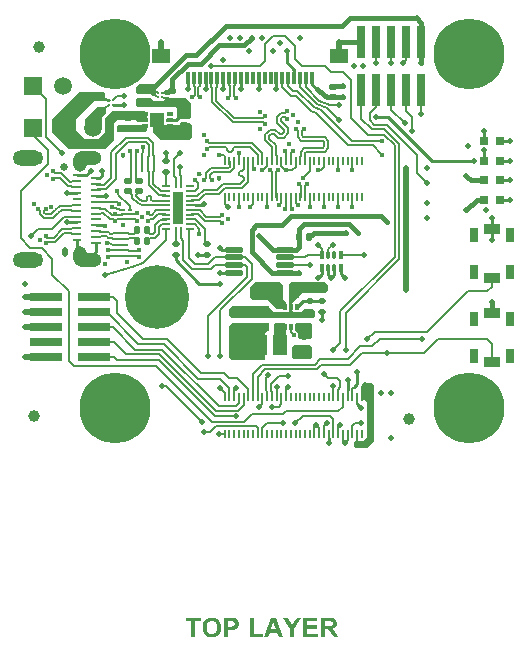
<source format=gtl>
G04*
G04 #@! TF.GenerationSoftware,Altium Limited,Altium Designer,22.5.1 (42)*
G04*
G04 Layer_Physical_Order=1*
G04 Layer_Color=255*
%FSLAX25Y25*%
%MOIN*%
G70*
G04*
G04 #@! TF.SameCoordinates,7D5A9487-70C0-458F-A832-C6248EDC6538*
G04*
G04*
G04 #@! TF.FilePolarity,Positive*
G04*
G01*
G75*
%ADD14C,0.01000*%
%ADD16C,0.00500*%
G04:AMPARAMS|DCode=18|XSize=19.68mil|YSize=23.62mil|CornerRadius=5.12mil|HoleSize=0mil|Usage=FLASHONLY|Rotation=90.000|XOffset=0mil|YOffset=0mil|HoleType=Round|Shape=RoundedRectangle|*
%AMROUNDEDRECTD18*
21,1,0.01968,0.01339,0,0,90.0*
21,1,0.00945,0.02362,0,0,90.0*
1,1,0.01024,0.00669,0.00472*
1,1,0.01024,0.00669,-0.00472*
1,1,0.01024,-0.00669,-0.00472*
1,1,0.01024,-0.00669,0.00472*
%
%ADD18ROUNDEDRECTD18*%
%ADD19R,0.02953X0.03150*%
%ADD20R,0.02900X0.11000*%
%ADD21R,0.11000X0.02900*%
%ADD22R,0.04724X0.07165*%
%ADD23R,0.01181X0.01870*%
%ADD24R,0.03700X0.02600*%
%ADD25R,0.02600X0.03700*%
G04:AMPARAMS|DCode=26|XSize=21.26mil|YSize=23.62mil|CornerRadius=5.53mil|HoleSize=0mil|Usage=FLASHONLY|Rotation=270.000|XOffset=0mil|YOffset=0mil|HoleType=Round|Shape=RoundedRectangle|*
%AMROUNDEDRECTD26*
21,1,0.02126,0.01257,0,0,270.0*
21,1,0.01021,0.02362,0,0,270.0*
1,1,0.01106,-0.00628,-0.00510*
1,1,0.01106,-0.00628,0.00510*
1,1,0.01106,0.00628,0.00510*
1,1,0.01106,0.00628,-0.00510*
%
%ADD26ROUNDEDRECTD26*%
G04:AMPARAMS|DCode=27|XSize=25.59mil|YSize=15.75mil|CornerRadius=3.94mil|HoleSize=0mil|Usage=FLASHONLY|Rotation=270.000|XOffset=0mil|YOffset=0mil|HoleType=Round|Shape=RoundedRectangle|*
%AMROUNDEDRECTD27*
21,1,0.02559,0.00787,0,0,270.0*
21,1,0.01772,0.01575,0,0,270.0*
1,1,0.00787,-0.00394,-0.00886*
1,1,0.00787,-0.00394,0.00886*
1,1,0.00787,0.00394,0.00886*
1,1,0.00787,0.00394,-0.00886*
%
%ADD27ROUNDEDRECTD27*%
G04:AMPARAMS|DCode=28|XSize=25.59mil|YSize=11.81mil|CornerRadius=2.95mil|HoleSize=0mil|Usage=FLASHONLY|Rotation=270.000|XOffset=0mil|YOffset=0mil|HoleType=Round|Shape=RoundedRectangle|*
%AMROUNDEDRECTD28*
21,1,0.02559,0.00591,0,0,270.0*
21,1,0.01968,0.01181,0,0,270.0*
1,1,0.00591,-0.00295,-0.00984*
1,1,0.00591,-0.00295,0.00984*
1,1,0.00591,0.00295,0.00984*
1,1,0.00591,0.00295,-0.00984*
%
%ADD28ROUNDEDRECTD28*%
G04:AMPARAMS|DCode=29|XSize=57.87mil|YSize=18.9mil|CornerRadius=2.36mil|HoleSize=0mil|Usage=FLASHONLY|Rotation=0.000|XOffset=0mil|YOffset=0mil|HoleType=Round|Shape=RoundedRectangle|*
%AMROUNDEDRECTD29*
21,1,0.05787,0.01417,0,0,0.0*
21,1,0.05315,0.01890,0,0,0.0*
1,1,0.00472,0.02657,-0.00709*
1,1,0.00472,-0.02657,-0.00709*
1,1,0.00472,-0.02657,0.00709*
1,1,0.00472,0.02657,0.00709*
%
%ADD29ROUNDEDRECTD29*%
%ADD30R,0.01181X0.03937*%
%ADD31R,0.06496X0.05118*%
%ADD32C,0.00800*%
%ADD33R,0.02362X0.01181*%
%ADD34R,0.04528X0.05118*%
G04:AMPARAMS|DCode=35|XSize=21.26mil|YSize=23.62mil|CornerRadius=5.53mil|HoleSize=0mil|Usage=FLASHONLY|Rotation=0.000|XOffset=0mil|YOffset=0mil|HoleType=Round|Shape=RoundedRectangle|*
%AMROUNDEDRECTD35*
21,1,0.02126,0.01257,0,0,0.0*
21,1,0.01021,0.02362,0,0,0.0*
1,1,0.01106,0.00510,-0.00628*
1,1,0.01106,-0.00510,-0.00628*
1,1,0.01106,-0.00510,0.00628*
1,1,0.01106,0.00510,0.00628*
%
%ADD35ROUNDEDRECTD35*%
%ADD36R,0.03543X0.01063*%
%ADD37R,0.03150X0.01063*%
G04:AMPARAMS|DCode=38|XSize=22.24mil|YSize=7.87mil|CornerRadius=1.97mil|HoleSize=0mil|Usage=FLASHONLY|Rotation=270.000|XOffset=0mil|YOffset=0mil|HoleType=Round|Shape=RoundedRectangle|*
%AMROUNDEDRECTD38*
21,1,0.02224,0.00394,0,0,270.0*
21,1,0.01831,0.00787,0,0,270.0*
1,1,0.00394,-0.00197,-0.00915*
1,1,0.00394,-0.00197,0.00915*
1,1,0.00394,0.00197,0.00915*
1,1,0.00394,0.00197,-0.00915*
%
%ADD38ROUNDEDRECTD38*%
G04:AMPARAMS|DCode=39|XSize=22.24mil|YSize=7.87mil|CornerRadius=0.98mil|HoleSize=0mil|Usage=FLASHONLY|Rotation=270.000|XOffset=0mil|YOffset=0mil|HoleType=Round|Shape=RoundedRectangle|*
%AMROUNDEDRECTD39*
21,1,0.02224,0.00591,0,0,270.0*
21,1,0.02028,0.00787,0,0,270.0*
1,1,0.00197,-0.00295,-0.01014*
1,1,0.00197,-0.00295,0.01014*
1,1,0.00197,0.00295,0.01014*
1,1,0.00197,0.00295,-0.01014*
%
%ADD39ROUNDEDRECTD39*%
G04:AMPARAMS|DCode=40|XSize=22.24mil|YSize=7.87mil|CornerRadius=1.97mil|HoleSize=0mil|Usage=FLASHONLY|Rotation=180.000|XOffset=0mil|YOffset=0mil|HoleType=Round|Shape=RoundedRectangle|*
%AMROUNDEDRECTD40*
21,1,0.02224,0.00394,0,0,180.0*
21,1,0.01831,0.00787,0,0,180.0*
1,1,0.00394,-0.00915,0.00197*
1,1,0.00394,0.00915,0.00197*
1,1,0.00394,0.00915,-0.00197*
1,1,0.00394,-0.00915,-0.00197*
%
%ADD40ROUNDEDRECTD40*%
G04:AMPARAMS|DCode=41|XSize=22.24mil|YSize=7.87mil|CornerRadius=0.98mil|HoleSize=0mil|Usage=FLASHONLY|Rotation=180.000|XOffset=0mil|YOffset=0mil|HoleType=Round|Shape=RoundedRectangle|*
%AMROUNDEDRECTD41*
21,1,0.02224,0.00591,0,0,180.0*
21,1,0.02028,0.00787,0,0,180.0*
1,1,0.00197,-0.01014,0.00295*
1,1,0.00197,0.01014,0.00295*
1,1,0.00197,0.01014,-0.00295*
1,1,0.00197,-0.01014,-0.00295*
%
%ADD41ROUNDEDRECTD41*%
%ADD42R,0.01654X0.00866*%
%ADD43R,0.05512X0.03740*%
%ADD44R,0.02953X0.04528*%
%ADD45R,0.00787X0.02756*%
%ADD46C,0.01000*%
G04:AMPARAMS|DCode=47|XSize=25.98mil|YSize=8.66mil|CornerRadius=1.08mil|HoleSize=0mil|Usage=FLASHONLY|Rotation=180.000|XOffset=0mil|YOffset=0mil|HoleType=Round|Shape=RoundedRectangle|*
%AMROUNDEDRECTD47*
21,1,0.02598,0.00650,0,0,180.0*
21,1,0.02382,0.00866,0,0,180.0*
1,1,0.00217,-0.01191,0.00325*
1,1,0.00217,0.01191,0.00325*
1,1,0.00217,0.01191,-0.00325*
1,1,0.00217,-0.01191,-0.00325*
%
%ADD47ROUNDEDRECTD47*%
G04:AMPARAMS|DCode=48|XSize=8.66mil|YSize=25.98mil|CornerRadius=1.08mil|HoleSize=0mil|Usage=FLASHONLY|Rotation=180.000|XOffset=0mil|YOffset=0mil|HoleType=Round|Shape=RoundedRectangle|*
%AMROUNDEDRECTD48*
21,1,0.00866,0.02382,0,0,180.0*
21,1,0.00650,0.02598,0,0,180.0*
1,1,0.00217,-0.00325,0.01191*
1,1,0.00217,0.00325,0.01191*
1,1,0.00217,0.00325,-0.01191*
1,1,0.00217,-0.00325,-0.01191*
%
%ADD48ROUNDEDRECTD48*%
%ADD90C,0.03937*%
%ADD91R,0.03543X0.10630*%
%ADD92C,0.00687*%
%ADD93C,0.00800*%
%ADD94C,0.00600*%
%ADD95C,0.00700*%
%ADD96C,0.01500*%
%ADD97C,0.02000*%
%ADD98C,0.01800*%
%ADD99C,0.00750*%
%ADD100R,0.05906X0.05906*%
%ADD101C,0.05906*%
%ADD102C,0.23622*%
%ADD103O,0.09055X0.04724*%
%ADD104O,0.04724X0.06496*%
%ADD105C,0.02480*%
%ADD106O,0.10236X0.05118*%
%ADD107O,0.01968X0.03347*%
%ADD108R,0.05937X0.05937*%
%ADD109C,0.05937*%
%ADD110C,0.21260*%
%ADD111C,0.01600*%
%ADD112C,0.02000*%
%ADD113C,0.03000*%
G36*
X-500Y70500D02*
X-300Y70300D01*
Y69200D01*
X-600Y68900D01*
Y67200D01*
X-1500D01*
X-2100Y67800D01*
X-6300D01*
X-7000Y68500D01*
Y70000D01*
X-6000Y71000D01*
X-1000D01*
X-500Y70500D01*
D02*
G37*
G36*
X11100Y64800D02*
Y60100D01*
X10500Y59500D01*
X7500D01*
X6500Y58500D01*
X3000D01*
Y59500D01*
X6000D01*
X6500Y60000D01*
Y63000D01*
X6000Y63500D01*
X-6500D01*
X-7000Y64000D01*
Y66000D01*
X-6500Y66500D01*
X-2000D01*
X-1000Y65500D01*
X2000D01*
X3000Y66500D01*
X9400D01*
X11100Y64800D01*
D02*
G37*
G36*
X34573Y62459D02*
X34805Y62305D01*
X34959Y62073D01*
X35014Y61800D01*
X34959Y61527D01*
X34805Y61295D01*
X34573Y61141D01*
X34300Y61086D01*
X34027Y61141D01*
X33949Y61193D01*
X33795Y61295D01*
X33641Y61527D01*
X33586Y61800D01*
X33641Y62073D01*
X33795Y62305D01*
X33949Y62407D01*
X34027Y62459D01*
X34300Y62514D01*
X34573Y62459D01*
D02*
G37*
G36*
X-17500Y68000D02*
Y66000D01*
X-18000Y65500D01*
X-21000D01*
X-27000Y59500D01*
Y55500D01*
X-24200Y52700D01*
X-19800Y52700D01*
X-17500Y55000D01*
X-17500Y59500D01*
X-15000Y62000D01*
X-4000D01*
X-3500Y61500D01*
Y59000D01*
X-4000Y58500D01*
X-6500D01*
X-7000Y59000D01*
X-13500D01*
X-14500Y58000D01*
X-14500Y52200D01*
X-17400Y49300D01*
X-29300Y49300D01*
X-34500Y54500D01*
X-35000Y55000D01*
Y59500D01*
X-26000Y68500D01*
X-18000D01*
X-17500Y68000D01*
D02*
G37*
G36*
X34573Y56859D02*
X34805Y56705D01*
X34959Y56473D01*
X35014Y56200D01*
X34959Y55927D01*
X34805Y55695D01*
X34573Y55541D01*
X34300Y55486D01*
X34027Y55541D01*
X33949Y55593D01*
X33795Y55695D01*
X33641Y55927D01*
X33586Y56200D01*
X33641Y56473D01*
X33795Y56705D01*
X33949Y56808D01*
X34027Y56859D01*
X34300Y56914D01*
X34573Y56859D01*
D02*
G37*
G36*
X-3500Y57000D02*
Y55500D01*
X-4000Y55000D01*
X-13000D01*
X-13500Y55500D01*
Y57000D01*
X-13000Y57500D01*
X-4000D01*
X-3500Y57000D01*
D02*
G37*
G36*
X-17000Y61500D02*
X-18500Y60000D01*
Y56500D01*
X-20000Y55000D01*
X-23000D01*
X-24000Y56000D01*
Y59500D01*
X-20000Y63500D01*
X-17000D01*
Y61500D01*
D02*
G37*
G36*
X15873Y54786D02*
X16105Y54632D01*
X16259Y54400D01*
X16314Y54127D01*
X16259Y53854D01*
X16105Y53622D01*
X15873Y53468D01*
X15600Y53413D01*
X15327Y53468D01*
X15249Y53520D01*
X15095Y53622D01*
X14941Y53854D01*
X14886Y54127D01*
X14941Y54400D01*
X15095Y54632D01*
X15249Y54735D01*
X15327Y54786D01*
X15600Y54841D01*
X15873Y54786D01*
D02*
G37*
G36*
X2000Y60500D02*
Y58000D01*
X2500Y57500D01*
X7500D01*
X8000Y58000D01*
X11000D01*
X11500Y57500D01*
Y53500D01*
X10500Y52500D01*
X1000D01*
X-1500Y55000D01*
Y60500D01*
X-1000Y61000D01*
X1500D01*
X2000Y60500D01*
D02*
G37*
G36*
X-4427Y50659D02*
X-4195Y50505D01*
X-4041Y50273D01*
X-3986Y50000D01*
X-4041Y49727D01*
X-4195Y49495D01*
X-4427Y49341D01*
X-4700Y49286D01*
X-4973Y49341D01*
X-5051Y49393D01*
X-5205Y49495D01*
X-5359Y49727D01*
X-5414Y50000D01*
X-5359Y50273D01*
X-5205Y50505D01*
X-5051Y50608D01*
X-4973Y50659D01*
X-4700Y50714D01*
X-4427Y50659D01*
D02*
G37*
G36*
X15873Y48186D02*
X16105Y48032D01*
X16259Y47800D01*
X16314Y47527D01*
X16259Y47254D01*
X16105Y47022D01*
X15873Y46868D01*
X15600Y46813D01*
X15327Y46868D01*
X15249Y46920D01*
X15095Y47022D01*
X14941Y47254D01*
X14886Y47527D01*
X14941Y47800D01*
X15095Y48032D01*
X15249Y48135D01*
X15327Y48186D01*
X15600Y48241D01*
X15873Y48186D01*
D02*
G37*
G36*
X-11131Y47956D02*
X-10899Y47802D01*
X-10745Y47570D01*
X-10690Y47297D01*
X-10745Y47024D01*
X-10899Y46792D01*
X-11131Y46638D01*
X-11404Y46583D01*
X-11677Y46638D01*
X-11755Y46690D01*
X-11909Y46792D01*
X-12063Y47024D01*
X-12118Y47297D01*
X-12063Y47570D01*
X-11909Y47802D01*
X-11755Y47905D01*
X-11677Y47956D01*
X-11404Y48011D01*
X-11131Y47956D01*
D02*
G37*
G36*
X14273Y41787D02*
X14505Y41632D01*
X14659Y41400D01*
X14714Y41127D01*
X14659Y40854D01*
X14505Y40622D01*
X14273Y40468D01*
X14000Y40413D01*
X13727Y40468D01*
X13649Y40519D01*
X13495Y40622D01*
X13341Y40854D01*
X13286Y41127D01*
X13341Y41400D01*
X13495Y41632D01*
X13649Y41735D01*
X13727Y41787D01*
X14000Y41841D01*
X14273Y41787D01*
D02*
G37*
G36*
X-36525Y41302D02*
X-36317Y41164D01*
X-36179Y40955D01*
X-36130Y40712D01*
X-36179Y40468D01*
X-36317Y40260D01*
X-36525Y40121D01*
X-36769Y40073D01*
X-37013Y40121D01*
X-37083Y40167D01*
X-37221Y40260D01*
X-37359Y40468D01*
X-37408Y40712D01*
X-37359Y40955D01*
X-37221Y41164D01*
X-37083Y41256D01*
X-37013Y41302D01*
X-36769Y41350D01*
X-36525Y41302D01*
D02*
G37*
G36*
X20873Y40286D02*
X21105Y40132D01*
X21259Y39900D01*
X21314Y39627D01*
X21259Y39354D01*
X21105Y39122D01*
X20873Y38968D01*
X20600Y38913D01*
X20327Y38968D01*
X20249Y39020D01*
X20095Y39122D01*
X19941Y39354D01*
X19886Y39627D01*
X19941Y39900D01*
X20095Y40132D01*
X20249Y40235D01*
X20327Y40286D01*
X20600Y40341D01*
X20873Y40286D01*
D02*
G37*
G36*
X-40788Y31656D02*
X-40556Y31502D01*
X-40402Y31270D01*
X-40347Y30997D01*
X-40402Y30724D01*
X-40556Y30492D01*
X-40788Y30338D01*
X-41061Y30283D01*
X-41334Y30338D01*
X-41412Y30389D01*
X-41566Y30492D01*
X-41720Y30724D01*
X-41775Y30997D01*
X-41720Y31270D01*
X-41566Y31502D01*
X-41412Y31604D01*
X-41334Y31656D01*
X-41061Y31711D01*
X-40788Y31656D01*
D02*
G37*
G36*
X-35088Y30856D02*
X-34856Y30702D01*
X-34702Y30470D01*
X-34647Y30197D01*
X-34702Y29924D01*
X-34856Y29692D01*
X-35088Y29538D01*
X-35361Y29483D01*
X-35634Y29538D01*
X-35712Y29590D01*
X-35866Y29692D01*
X-36020Y29924D01*
X-36075Y30197D01*
X-36020Y30470D01*
X-35866Y30702D01*
X-35712Y30804D01*
X-35634Y30856D01*
X-35361Y30911D01*
X-35088Y30856D01*
D02*
G37*
G36*
X-14741Y30638D02*
X-14510Y30483D01*
X-14355Y30252D01*
X-14301Y29978D01*
X-14355Y29705D01*
X-14510Y29474D01*
X-14741Y29319D01*
X-15014Y29265D01*
X-15288Y29319D01*
X-15365Y29371D01*
X-15519Y29474D01*
X-15674Y29705D01*
X-15728Y29978D01*
X-15674Y30252D01*
X-15519Y30483D01*
X-15365Y30586D01*
X-15288Y30638D01*
X-15014Y30692D01*
X-14741Y30638D01*
D02*
G37*
G36*
X-4761Y27538D02*
X-4530Y27383D01*
X-4375Y27152D01*
X-4321Y26878D01*
X-4375Y26605D01*
X-4530Y26374D01*
X-4761Y26219D01*
X-5035Y26165D01*
X-5308Y26219D01*
X-5385Y26271D01*
X-5539Y26374D01*
X-5694Y26605D01*
X-5748Y26878D01*
X-5694Y27152D01*
X-5539Y27383D01*
X-5385Y27486D01*
X-5308Y27538D01*
X-5035Y27592D01*
X-4761Y27538D01*
D02*
G37*
G36*
X23646Y26859D02*
X23878Y26705D01*
X24032Y26473D01*
X24087Y26200D01*
X24032Y25927D01*
X23878Y25695D01*
X23646Y25541D01*
X23373Y25486D01*
X23100Y25541D01*
X23022Y25592D01*
X22868Y25695D01*
X22714Y25927D01*
X22659Y26200D01*
X22714Y26473D01*
X22868Y26705D01*
X23022Y26807D01*
X23100Y26859D01*
X23373Y26914D01*
X23646Y26859D01*
D02*
G37*
G36*
X-11241Y24738D02*
X-11010Y24583D01*
X-10855Y24352D01*
X-10801Y24079D01*
X-10855Y23805D01*
X-11010Y23574D01*
X-11241Y23419D01*
X-11514Y23365D01*
X-11788Y23419D01*
X-11865Y23471D01*
X-12019Y23574D01*
X-12174Y23805D01*
X-12228Y24079D01*
X-12174Y24352D01*
X-12019Y24583D01*
X-11865Y24686D01*
X-11788Y24738D01*
X-11514Y24792D01*
X-11241Y24738D01*
D02*
G37*
G36*
X-38956Y19795D02*
X-38748Y19657D01*
X-38610Y19449D01*
X-38561Y19205D01*
X-38610Y18961D01*
X-38748Y18753D01*
X-38956Y18614D01*
X-39200Y18566D01*
X-39444Y18614D01*
X-39514Y18661D01*
X-39652Y18753D01*
X-39790Y18961D01*
X-39839Y19205D01*
X-39790Y19449D01*
X-39652Y19657D01*
X-39514Y19749D01*
X-39444Y19795D01*
X-39200Y19843D01*
X-38956Y19795D01*
D02*
G37*
G36*
X42000Y4000D02*
Y-500D01*
X43000Y-1500D01*
Y-3500D01*
X42500Y-4000D01*
X40000D01*
X37000Y-1000D01*
X32000D01*
X31000Y0D01*
Y3500D01*
X32500Y5000D01*
X41000D01*
X42000Y4000D01*
D02*
G37*
G36*
X57000D02*
Y2500D01*
X56000Y1500D01*
X48500D01*
X45000Y-2000D01*
Y-4500D01*
X45500Y-5000D01*
X48000D01*
X49000Y-4000D01*
X52000D01*
X52500Y-4500D01*
Y-6500D01*
X52000Y-7000D01*
X25000D01*
X24000Y-6000D01*
Y-4000D01*
X25000Y-3000D01*
X37000D01*
X39000Y-5000D01*
X43500D01*
X44000Y-4500D01*
Y4500D01*
X44500Y5000D01*
X56000D01*
X57000Y4000D01*
D02*
G37*
G36*
X51500Y-9000D02*
Y-13500D01*
X51000Y-14000D01*
X47500D01*
X47000Y-13500D01*
Y-12000D01*
X46000Y-11000D01*
Y-9000D01*
X46500Y-8500D01*
X51000D01*
X51500Y-9000D01*
D02*
G37*
G36*
X43000D02*
Y-18500D01*
X42500Y-19000D01*
X39500D01*
X39000Y-18500D01*
Y-9000D01*
X39500Y-8500D01*
X42500D01*
X43000Y-9000D01*
D02*
G37*
G36*
X51500Y-16500D02*
Y-20000D01*
X51000Y-20500D01*
X45500D01*
X45000Y-20000D01*
Y-16500D01*
X45500Y-16000D01*
X51000D01*
X51500Y-16500D01*
D02*
G37*
G36*
X37000Y-9000D02*
Y-11000D01*
X36000Y-12000D01*
Y-20500D01*
X35500Y-21000D01*
X25000D01*
X24000Y-20000D01*
Y-10000D01*
Y-9500D01*
X25000Y-8500D01*
X36500D01*
X37000Y-9000D01*
D02*
G37*
G36*
X72300Y-29200D02*
Y-48000D01*
X70100Y-50200D01*
X66100D01*
X65500Y-49600D01*
Y-48200D01*
X65900Y-47800D01*
X68800D01*
X69900Y-46700D01*
Y-35000D01*
X69100Y-34200D01*
X68000D01*
Y-29700D01*
X69200Y-28500D01*
X71600D01*
X72300Y-29200D01*
D02*
G37*
G36*
X45613Y-110588D02*
Y-113270D01*
X44318D01*
Y-110578D01*
X41978Y-106869D01*
X43486D01*
X44993Y-109404D01*
X46464Y-106869D01*
X47953D01*
X45613Y-110588D01*
D02*
G37*
G36*
X57546Y-106878D02*
X57647D01*
X57749Y-106888D01*
X57869D01*
X58110Y-106915D01*
X58360Y-106943D01*
X58591Y-106989D01*
X58693Y-107017D01*
X58785Y-107045D01*
X58794D01*
X58804Y-107054D01*
X58859Y-107082D01*
X58942Y-107128D01*
X59053Y-107184D01*
X59174Y-107276D01*
X59294Y-107378D01*
X59414Y-107507D01*
X59525Y-107665D01*
Y-107674D01*
X59534Y-107683D01*
X59553Y-107711D01*
X59571Y-107739D01*
X59618Y-107831D01*
X59673Y-107951D01*
X59719Y-108099D01*
X59766Y-108266D01*
X59803Y-108460D01*
X59812Y-108664D01*
Y-108673D01*
Y-108691D01*
Y-108738D01*
X59803Y-108784D01*
Y-108849D01*
X59793Y-108913D01*
X59756Y-109080D01*
X59710Y-109274D01*
X59636Y-109468D01*
X59525Y-109672D01*
X59460Y-109764D01*
X59386Y-109857D01*
X59377Y-109866D01*
X59368Y-109875D01*
X59340Y-109903D01*
X59303Y-109931D01*
X59266Y-109968D01*
X59211Y-110014D01*
X59146Y-110060D01*
X59072Y-110107D01*
X58989Y-110162D01*
X58887Y-110208D01*
X58785Y-110255D01*
X58674Y-110301D01*
X58545Y-110347D01*
X58415Y-110384D01*
X58276Y-110421D01*
X58119Y-110449D01*
X58128D01*
X58138Y-110458D01*
X58193Y-110495D01*
X58267Y-110541D01*
X58360Y-110606D01*
X58471Y-110689D01*
X58582Y-110773D01*
X58702Y-110874D01*
X58804Y-110985D01*
X58813Y-110995D01*
X58859Y-111041D01*
X58915Y-111115D01*
X58998Y-111226D01*
X59109Y-111365D01*
X59164Y-111457D01*
X59229Y-111550D01*
X59303Y-111651D01*
X59377Y-111762D01*
X59460Y-111892D01*
X59544Y-112021D01*
X60330Y-113270D01*
X58776D01*
X57851Y-111883D01*
X57842Y-111873D01*
X57832Y-111846D01*
X57805Y-111809D01*
X57768Y-111762D01*
X57731Y-111707D01*
X57684Y-111633D01*
X57583Y-111485D01*
X57462Y-111318D01*
X57351Y-111170D01*
X57250Y-111032D01*
X57203Y-110985D01*
X57166Y-110939D01*
X57157Y-110930D01*
X57139Y-110911D01*
X57102Y-110874D01*
X57055Y-110828D01*
X56991Y-110791D01*
X56926Y-110745D01*
X56852Y-110708D01*
X56778Y-110671D01*
X56769D01*
X56741Y-110662D01*
X56695Y-110643D01*
X56621Y-110634D01*
X56528Y-110615D01*
X56417Y-110606D01*
X56288Y-110597D01*
X55871D01*
Y-113270D01*
X54576D01*
Y-106869D01*
X57462D01*
X57546Y-106878D01*
D02*
G37*
G36*
X53355Y-107951D02*
X49905D01*
Y-109367D01*
X53115D01*
Y-110449D01*
X49905D01*
Y-112188D01*
X53476D01*
Y-113270D01*
X48610D01*
Y-106869D01*
X53355D01*
Y-107951D01*
D02*
G37*
G36*
X41950Y-113270D02*
X40553D01*
X39998Y-111818D01*
X37427Y-111818D01*
X36900Y-113270D01*
X35531D01*
X38010Y-106869D01*
X39379D01*
X41950Y-113270D01*
D02*
G37*
G36*
X32043Y-112188D02*
X35262D01*
Y-113270D01*
X30748D01*
Y-106915D01*
X32043D01*
Y-112188D01*
D02*
G37*
G36*
X24727Y-106878D02*
X24967D01*
X25226Y-106897D01*
X25485Y-106915D01*
X25596Y-106925D01*
X25707Y-106934D01*
X25800Y-106952D01*
X25874Y-106971D01*
X25883D01*
X25901Y-106980D01*
X25929Y-106989D01*
X25966Y-106999D01*
X26068Y-107045D01*
X26197Y-107100D01*
X26336Y-107184D01*
X26493Y-107295D01*
X26641Y-107433D01*
X26789Y-107600D01*
Y-107609D01*
X26808Y-107618D01*
X26826Y-107646D01*
X26845Y-107683D01*
X26882Y-107739D01*
X26910Y-107794D01*
X26947Y-107859D01*
X26984Y-107933D01*
X27048Y-108118D01*
X27113Y-108321D01*
X27150Y-108571D01*
X27169Y-108839D01*
Y-108849D01*
Y-108867D01*
Y-108895D01*
Y-108941D01*
X27159Y-108987D01*
Y-109052D01*
X27141Y-109182D01*
X27113Y-109339D01*
X27076Y-109515D01*
X27021Y-109681D01*
X26947Y-109838D01*
X26937Y-109857D01*
X26910Y-109903D01*
X26863Y-109977D01*
X26799Y-110070D01*
X26725Y-110162D01*
X26623Y-110273D01*
X26521Y-110375D01*
X26401Y-110467D01*
X26382Y-110477D01*
X26345Y-110504D01*
X26281Y-110541D01*
X26197Y-110588D01*
X26096Y-110643D01*
X25985Y-110689D01*
X25864Y-110736D01*
X25735Y-110773D01*
X25716D01*
X25689Y-110782D01*
X25652D01*
X25605Y-110791D01*
X25541Y-110800D01*
X25476Y-110810D01*
X25393D01*
X25309Y-110819D01*
X25208Y-110828D01*
X25097Y-110837D01*
X24976Y-110847D01*
X24847D01*
X24708Y-110856D01*
X23561D01*
Y-113270D01*
X22266D01*
Y-106869D01*
X24625D01*
X24727Y-106878D01*
D02*
G37*
G36*
X14468Y-107951D02*
X12581D01*
Y-113270D01*
X11286D01*
Y-107951D01*
X9390D01*
Y-106869D01*
X14468D01*
Y-107951D01*
D02*
G37*
G36*
X18270Y-106758D02*
X18363D01*
X18483Y-106777D01*
X18622Y-106795D01*
X18779Y-106823D01*
X18945Y-106860D01*
X19121Y-106906D01*
X19306Y-106962D01*
X19491Y-107036D01*
X19685Y-107119D01*
X19870Y-107221D01*
X20055Y-107341D01*
X20231Y-107480D01*
X20398Y-107637D01*
X20407Y-107646D01*
X20435Y-107674D01*
X20481Y-107729D01*
X20527Y-107794D01*
X20592Y-107887D01*
X20666Y-107998D01*
X20740Y-108127D01*
X20823Y-108275D01*
X20906Y-108432D01*
X20980Y-108617D01*
X21054Y-108821D01*
X21119Y-109034D01*
X21175Y-109274D01*
X21212Y-109524D01*
X21239Y-109792D01*
X21249Y-110079D01*
Y-110097D01*
Y-110144D01*
X21239Y-110227D01*
Y-110338D01*
X21221Y-110467D01*
X21202Y-110615D01*
X21175Y-110791D01*
X21147Y-110967D01*
X21101Y-111161D01*
X21045Y-111365D01*
X20971Y-111568D01*
X20888Y-111772D01*
X20795Y-111966D01*
X20675Y-112160D01*
X20546Y-112345D01*
X20398Y-112521D01*
X20388Y-112530D01*
X20361Y-112558D01*
X20314Y-112604D01*
X20240Y-112660D01*
X20157Y-112724D01*
X20055Y-112798D01*
X19935Y-112872D01*
X19806Y-112956D01*
X19648Y-113039D01*
X19482Y-113113D01*
X19297Y-113187D01*
X19093Y-113252D01*
X18881Y-113307D01*
X18649Y-113353D01*
X18409Y-113381D01*
X18150Y-113390D01*
X18085D01*
X18011Y-113381D01*
X17919Y-113372D01*
X17798Y-113363D01*
X17660Y-113344D01*
X17502Y-113316D01*
X17336Y-113279D01*
X17151Y-113233D01*
X16975Y-113178D01*
X16781Y-113104D01*
X16596Y-113020D01*
X16402Y-112928D01*
X16226Y-112808D01*
X16050Y-112678D01*
X15884Y-112521D01*
X15874Y-112512D01*
X15847Y-112484D01*
X15810Y-112428D01*
X15754Y-112364D01*
X15689Y-112271D01*
X15615Y-112160D01*
X15541Y-112040D01*
X15467Y-111892D01*
X15384Y-111735D01*
X15310Y-111550D01*
X15236Y-111355D01*
X15171Y-111143D01*
X15116Y-110911D01*
X15079Y-110662D01*
X15051Y-110393D01*
X15042Y-110116D01*
Y-110107D01*
Y-110070D01*
Y-110023D01*
X15051Y-109949D01*
Y-109866D01*
X15060Y-109774D01*
X15070Y-109663D01*
X15079Y-109542D01*
X15116Y-109283D01*
X15162Y-109006D01*
X15236Y-108728D01*
X15329Y-108469D01*
Y-108460D01*
X15338Y-108451D01*
X15356Y-108423D01*
X15366Y-108386D01*
X15421Y-108294D01*
X15486Y-108173D01*
X15569Y-108035D01*
X15671Y-107896D01*
X15791Y-107739D01*
X15921Y-107591D01*
X15930Y-107581D01*
X15939Y-107572D01*
X15985Y-107526D01*
X16069Y-107452D01*
X16170Y-107369D01*
X16291Y-107276D01*
X16429Y-107174D01*
X16587Y-107082D01*
X16753Y-107008D01*
X16762D01*
X16781Y-106999D01*
X16818Y-106980D01*
X16864Y-106971D01*
X16920Y-106943D01*
X16984Y-106925D01*
X17068Y-106906D01*
X17151Y-106878D01*
X17354Y-106832D01*
X17586Y-106786D01*
X17854Y-106758D01*
X18131Y-106749D01*
X18196D01*
X18270Y-106758D01*
D02*
G37*
%LPC*%
G36*
X57351Y-107951D02*
X55871D01*
Y-109579D01*
X57129D01*
X57314Y-109570D01*
X57509Y-109561D01*
X57703Y-109552D01*
X57786Y-109542D01*
X57860Y-109533D01*
X57934Y-109515D01*
X57980Y-109505D01*
X57990D01*
X58017Y-109487D01*
X58064Y-109468D01*
X58110Y-109441D01*
X58230Y-109357D01*
X58286Y-109302D01*
X58341Y-109237D01*
X58350Y-109228D01*
X58360Y-109200D01*
X58387Y-109163D01*
X58415Y-109108D01*
X58434Y-109034D01*
X58461Y-108950D01*
X58471Y-108858D01*
X58480Y-108756D01*
Y-108738D01*
Y-108701D01*
X58471Y-108645D01*
X58461Y-108571D01*
X58434Y-108488D01*
X58406Y-108405D01*
X58360Y-108312D01*
X58304Y-108238D01*
X58295Y-108229D01*
X58276Y-108201D01*
X58230Y-108173D01*
X58175Y-108127D01*
X58110Y-108081D01*
X58027Y-108044D01*
X57925Y-108007D01*
X57814Y-107979D01*
X57805D01*
X57777Y-107970D01*
X57721D01*
X57638Y-107961D01*
X57435D01*
X57351Y-107951D01*
D02*
G37*
G36*
X38685Y-108358D02*
X37815Y-110736D01*
X39582Y-110736D01*
X38685Y-108358D01*
D02*
G37*
G36*
X24523Y-107951D02*
X23561D01*
Y-109774D01*
X24449D01*
X24514Y-109764D01*
X24680D01*
X24847Y-109755D01*
X25013Y-109737D01*
X25161Y-109709D01*
X25226Y-109700D01*
X25282Y-109681D01*
X25291Y-109672D01*
X25328Y-109663D01*
X25374Y-109635D01*
X25430Y-109607D01*
X25494Y-109561D01*
X25559Y-109505D01*
X25633Y-109441D01*
X25689Y-109367D01*
X25698Y-109357D01*
X25716Y-109330D01*
X25735Y-109283D01*
X25763Y-109219D01*
X25790Y-109145D01*
X25818Y-109061D01*
X25827Y-108969D01*
X25837Y-108867D01*
Y-108849D01*
Y-108812D01*
X25827Y-108747D01*
X25809Y-108664D01*
X25781Y-108571D01*
X25744Y-108469D01*
X25698Y-108377D01*
X25624Y-108284D01*
X25615Y-108275D01*
X25587Y-108247D01*
X25541Y-108210D01*
X25485Y-108164D01*
X25411Y-108109D01*
X25319Y-108062D01*
X25217Y-108025D01*
X25106Y-107998D01*
X25097D01*
X25060Y-107988D01*
X24995Y-107979D01*
X24902Y-107970D01*
X24782D01*
X24699Y-107961D01*
X24616D01*
X24523Y-107951D01*
D02*
G37*
G36*
X18150Y-107850D02*
X18076D01*
X18020Y-107859D01*
X17946Y-107868D01*
X17872Y-107877D01*
X17687Y-107914D01*
X17484Y-107988D01*
X17373Y-108025D01*
X17262Y-108081D01*
X17160Y-108146D01*
X17049Y-108220D01*
X16947Y-108303D01*
X16855Y-108405D01*
X16846Y-108414D01*
X16836Y-108432D01*
X16809Y-108460D01*
X16781Y-108506D01*
X16744Y-108571D01*
X16707Y-108636D01*
X16661Y-108719D01*
X16614Y-108821D01*
X16568Y-108932D01*
X16522Y-109052D01*
X16485Y-109191D01*
X16448Y-109339D01*
X16420Y-109505D01*
X16392Y-109681D01*
X16383Y-109866D01*
X16374Y-110070D01*
Y-110079D01*
Y-110116D01*
Y-110171D01*
X16383Y-110245D01*
X16392Y-110338D01*
X16402Y-110449D01*
X16420Y-110560D01*
X16439Y-110689D01*
X16494Y-110958D01*
X16587Y-111226D01*
X16642Y-111365D01*
X16707Y-111494D01*
X16790Y-111614D01*
X16873Y-111725D01*
X16883Y-111735D01*
X16901Y-111753D01*
X16929Y-111781D01*
X16966Y-111809D01*
X17012Y-111855D01*
X17077Y-111901D01*
X17142Y-111957D01*
X17225Y-112003D01*
X17401Y-112114D01*
X17623Y-112197D01*
X17743Y-112234D01*
X17872Y-112262D01*
X18011Y-112280D01*
X18150Y-112290D01*
X18224D01*
X18279Y-112280D01*
X18344Y-112271D01*
X18418Y-112262D01*
X18594Y-112216D01*
X18797Y-112151D01*
X18899Y-112105D01*
X19010Y-112058D01*
X19112Y-111994D01*
X19223Y-111920D01*
X19325Y-111836D01*
X19417Y-111735D01*
X19426Y-111725D01*
X19436Y-111707D01*
X19463Y-111679D01*
X19491Y-111633D01*
X19537Y-111568D01*
X19574Y-111494D01*
X19621Y-111411D01*
X19667Y-111309D01*
X19713Y-111198D01*
X19759Y-111078D01*
X19806Y-110939D01*
X19843Y-110782D01*
X19870Y-110625D01*
X19898Y-110449D01*
X19907Y-110255D01*
X19917Y-110051D01*
Y-110042D01*
Y-110005D01*
Y-109949D01*
X19907Y-109866D01*
X19898Y-109774D01*
X19889Y-109672D01*
X19880Y-109552D01*
X19852Y-109431D01*
X19796Y-109163D01*
X19713Y-108886D01*
X19658Y-108747D01*
X19593Y-108627D01*
X19510Y-108506D01*
X19426Y-108395D01*
X19417Y-108386D01*
X19408Y-108368D01*
X19380Y-108349D01*
X19343Y-108312D01*
X19288Y-108266D01*
X19232Y-108220D01*
X19167Y-108173D01*
X19084Y-108118D01*
X19001Y-108072D01*
X18899Y-108025D01*
X18686Y-107933D01*
X18566Y-107896D01*
X18437Y-107877D01*
X18298Y-107859D01*
X18150Y-107850D01*
D02*
G37*
%LPD*%
D14*
X27878Y69500D02*
Y73000D01*
X21972Y69500D02*
Y73000D01*
X-20521Y33799D02*
X-17224D01*
X63386Y-30900D02*
Y-27500D01*
X111500Y19000D02*
Y26500D01*
X54850Y7850D02*
Y9834D01*
X53500Y6500D02*
X54850Y7850D01*
X-30117Y34782D02*
X-26820D01*
Y34783D01*
Y40689D02*
X-23696D01*
X-22252Y42132D01*
X57087Y-48500D02*
Y-47000D01*
X13500Y14229D02*
X16500D01*
X39689Y69500D02*
Y73000D01*
X114273Y52001D02*
X117500D01*
X27878Y69500D02*
Y73000D01*
X53000Y69500D02*
X53200D01*
X51500Y71000D02*
X53000Y69500D01*
X51500Y71000D02*
Y73000D01*
X51000Y-1228D02*
X51001Y-1229D01*
X55000D01*
X66500Y-29000D02*
Y-25000D01*
X65500Y-30000D02*
X66500Y-29000D01*
X21000Y8161D02*
X25535D01*
X21661Y15839D02*
X25535D01*
X21000Y16500D02*
X21661Y15839D01*
X3001Y45272D02*
Y48000D01*
X-14713Y64213D02*
X-11000Y64000D01*
X-20521Y23957D02*
X-17757D01*
X-17600Y23800D01*
X46468Y-3201D02*
X48441Y-1228D01*
X51000D01*
X-26820Y14626D02*
Y19035D01*
Y14626D02*
X-25836Y13642D01*
X61149Y7851D02*
Y9834D01*
Y7851D02*
X62500Y6500D01*
X-20521Y15118D02*
Y18051D01*
X-23277Y12362D02*
X-20521Y15118D01*
X57015Y7485D02*
Y9834D01*
Y7485D02*
X58000Y6500D01*
X45594Y73000D02*
Y75899D01*
X43208Y78285D02*
X45594Y75899D01*
X43208Y78285D02*
Y82000D01*
X6151Y12349D02*
Y14160D01*
Y12349D02*
X14000Y4500D01*
X21000D01*
X10161Y69500D02*
Y73000D01*
X58984Y7484D02*
Y9834D01*
X58000Y6500D02*
X58984Y7484D01*
X-19000Y66500D02*
X-16288Y65788D01*
X73000Y60000D02*
X77000D01*
X91500Y45500D01*
X105500D01*
X-30117Y24941D02*
X-26820D01*
X12700Y30669D02*
X15069D01*
X15400Y31000D01*
X114179Y45501D02*
X117500D01*
X55000Y-7500D02*
Y-4772D01*
X108958Y52001D02*
Y55500D01*
X108864Y45501D02*
Y49000D01*
X66535Y-35535D02*
Y-35100D01*
Y-35535D02*
X68000Y-37000D01*
X33783Y69500D02*
Y73000D01*
X114210Y39001D02*
X117500D01*
X-18500Y40500D02*
X-18500Y42000D01*
X-19295Y39705D02*
X-18500Y40500D01*
X-20521Y39705D02*
X-19295D01*
X16067Y69500D02*
Y73000D01*
X21972Y69500D02*
Y73000D01*
X114179Y32517D02*
X117500D01*
D16*
X25600Y59600D02*
X35250D01*
X36000Y60350D01*
X25062Y58300D02*
X35450D01*
X35451Y58300D02*
X36000Y57750D01*
X18350Y65012D02*
X25062Y58300D01*
X19650Y65550D02*
X25600Y59600D01*
X18350Y65012D02*
Y69801D01*
X19650Y65550D02*
Y69762D01*
X18035Y70116D02*
X18350Y69801D01*
X19650Y69762D02*
X20004Y70116D01*
X18035D02*
Y73000D01*
X20005Y70116D02*
Y73000D01*
X48038Y52200D02*
X55200D01*
X46777Y53462D02*
X48038Y52200D01*
X55200D02*
X55700Y51700D01*
Y50300D02*
Y51700D01*
X55200Y49800D02*
X55700Y50300D01*
X49038Y49800D02*
X55200D01*
X48577Y53500D02*
X55739D01*
X57000Y52239D01*
X48077Y54000D02*
X48577Y53500D01*
X48077Y54000D02*
Y55487D01*
X48719Y56129D01*
X36378Y54774D02*
X37420Y55816D01*
X36378Y54774D02*
Y54774D01*
X35998Y54393D02*
X36378Y54774D01*
X35998Y52366D02*
Y54393D01*
X37297Y53855D02*
X37958Y54516D01*
X37297Y52905D02*
Y53855D01*
X37958Y54516D02*
X38796D01*
X23942Y70659D02*
Y73000D01*
Y70659D02*
X24250Y70350D01*
Y67200D02*
Y70350D01*
X23550Y66500D02*
X24250Y67200D01*
X39764Y45433D02*
Y47336D01*
X39601Y47500D02*
X39764Y47336D01*
X39601Y47500D02*
Y50602D01*
X37297Y52905D02*
X39601Y50602D01*
X38796Y54516D02*
X40257Y53053D01*
X42054D01*
X43625Y54624D01*
Y56409D01*
X41337Y58697D02*
X43625Y56409D01*
X41337Y58697D02*
Y59708D01*
X41829Y60200D01*
X42483D01*
X43233Y59450D01*
X25910Y70709D02*
Y73000D01*
X25550Y70350D02*
X25910Y70709D01*
X25550Y67100D02*
Y70350D01*
Y67100D02*
X26151Y66500D01*
X39621Y33451D02*
X39764Y33307D01*
X39621Y33451D02*
Y41663D01*
X40271Y42313D01*
X38190Y45433D02*
Y47289D01*
X38300Y47400D01*
Y50064D01*
X35998Y52366D02*
X38300Y50064D01*
X37420Y55816D02*
X39334D01*
X40796Y54353D01*
X41515D01*
X42325Y55163D01*
Y55870D01*
X40036Y58159D02*
X42325Y55870D01*
X40036Y58159D02*
Y60247D01*
X41291Y61500D01*
X42684D01*
X43233Y62050D01*
X47638Y45433D02*
Y47038D01*
X47776Y47176D01*
Y48539D01*
X49038Y49800D01*
X46777Y53462D02*
Y55471D01*
X46119Y56129D02*
X46777Y55471D01*
X47126Y37600D02*
X47776Y36950D01*
Y33445D02*
Y36950D01*
X47638Y33307D02*
X47776Y33445D01*
X42913Y45433D02*
Y48117D01*
X42441Y48589D02*
X42913Y48117D01*
X49077Y36950D02*
X49727Y37600D01*
X49077Y33445D02*
Y36950D01*
Y33445D02*
X49213Y33307D01*
X44488Y45433D02*
Y48036D01*
X45041Y48589D01*
X38190Y33307D02*
X38320Y33438D01*
Y41663D01*
X37670Y42313D02*
X38320Y41663D01*
X49213Y45433D02*
Y47087D01*
X49077Y47224D02*
X49213Y47087D01*
X49077Y47224D02*
Y48000D01*
X49577Y48500D01*
X55739D01*
X57000Y49762D01*
Y52239D01*
X25550Y67100D02*
X26150Y66500D01*
X25550Y67100D02*
Y70350D01*
X25909Y70709D01*
Y73000D01*
X11650Y66700D02*
X12400Y67450D01*
Y70200D01*
X12130Y70470D02*
X12400Y70200D01*
X12130Y70470D02*
Y73000D01*
X44488Y30012D02*
X45000Y29500D01*
X44488Y30012D02*
Y33307D01*
X47638D02*
X47776Y33444D01*
X49075D02*
X49213Y33307D01*
X13700Y67250D02*
X14250Y66700D01*
X13700Y67250D02*
Y70100D01*
X14098Y70498D01*
Y73000D01*
X42400Y29500D02*
X42913Y30013D01*
Y33307D01*
X23550Y66500D02*
X24250Y67200D01*
Y70350D01*
X23941Y70659D02*
X24250Y70350D01*
X23941Y70659D02*
Y73000D01*
D18*
X49000Y-13228D02*
D03*
Y-16771D02*
D03*
X55000Y-4772D02*
D03*
Y-1229D02*
D03*
X51000Y-1228D02*
D03*
Y-4771D02*
D03*
X16500Y14228D02*
D03*
Y17772D02*
D03*
X6151Y17703D02*
D03*
Y14160D02*
D03*
X3001Y41729D02*
D03*
Y45272D02*
D03*
D19*
X114273Y52001D02*
D03*
X108958D02*
D03*
X114179Y32517D02*
D03*
X108864D02*
D03*
X108895Y39001D02*
D03*
X114210D02*
D03*
X108864Y45501D02*
D03*
X114179Y45501D02*
D03*
D20*
X68000Y69000D02*
D03*
Y85000D02*
D03*
X73000Y69000D02*
D03*
Y85000D02*
D03*
X78000Y69000D02*
D03*
Y85000D02*
D03*
X83000Y69000D02*
D03*
Y85000D02*
D03*
X88000Y69000D02*
D03*
Y85000D02*
D03*
D21*
X-37000Y0D02*
D03*
X-21000D02*
D03*
X-37000Y-5000D02*
D03*
X-21000D02*
D03*
X-37000Y-10000D02*
D03*
X-21000D02*
D03*
X-37000Y-15000D02*
D03*
X-21000D02*
D03*
X-37000Y-20000D02*
D03*
X-21000D02*
D03*
D22*
X40886Y-16000D02*
D03*
X34114D02*
D03*
D23*
X46468Y-9799D02*
D03*
X44500D02*
D03*
X42531D02*
D03*
Y-3201D02*
D03*
X44500D02*
D03*
X46468D02*
D03*
D24*
X35500Y-9800D02*
D03*
Y-4200D02*
D03*
D25*
X40200Y1500D02*
D03*
X45800D02*
D03*
D26*
X58500Y66807D02*
D03*
Y70193D02*
D03*
X-3000Y68693D02*
D03*
Y65307D02*
D03*
X5000Y68693D02*
D03*
Y65307D02*
D03*
X-9700Y59693D02*
D03*
Y56307D02*
D03*
X9000Y57307D02*
D03*
Y60693D02*
D03*
X-6175Y35307D02*
D03*
Y38693D02*
D03*
X-9729Y35307D02*
D03*
Y38693D02*
D03*
D27*
X61149Y9834D02*
D03*
Y14165D02*
D03*
X54850D02*
D03*
Y9834D02*
D03*
D28*
X58984D02*
D03*
X57015Y14165D02*
D03*
X58984D02*
D03*
X57015Y9834D02*
D03*
D29*
X42465Y15839D02*
D03*
Y13280D02*
D03*
Y10721D02*
D03*
Y8161D02*
D03*
X25535D02*
D03*
Y10721D02*
D03*
Y13280D02*
D03*
Y15839D02*
D03*
D30*
X10161Y73000D02*
D03*
X12130D02*
D03*
X14098D02*
D03*
X16067D02*
D03*
X18035D02*
D03*
X20004D02*
D03*
X21972D02*
D03*
X23941D02*
D03*
X25909D02*
D03*
X27878D02*
D03*
X29847D02*
D03*
X31815D02*
D03*
X33784D02*
D03*
X35752D02*
D03*
X37721D02*
D03*
X39689D02*
D03*
X41658D02*
D03*
X43626D02*
D03*
X45594D02*
D03*
X47563D02*
D03*
X49531D02*
D03*
X51500D02*
D03*
D31*
X1205Y80480D02*
D03*
X60457D02*
D03*
D32*
X311Y68189D02*
D03*
X1689D02*
D03*
X311Y66811D02*
D03*
X1689D02*
D03*
D33*
X4134Y57032D02*
D03*
Y60969D02*
D03*
X-4134D02*
D03*
Y59000D02*
D03*
Y57032D02*
D03*
X4134Y59000D02*
D03*
D34*
X0D02*
D03*
D35*
X50693Y20000D02*
D03*
X47307D02*
D03*
X-3451Y18734D02*
D03*
X-6837D02*
D03*
X-3451Y22288D02*
D03*
X-6837D02*
D03*
D36*
X-20521Y31831D02*
D03*
Y33799D02*
D03*
Y27894D02*
D03*
Y25925D02*
D03*
Y29862D02*
D03*
Y39705D02*
D03*
Y37736D02*
D03*
Y35768D02*
D03*
Y21988D02*
D03*
Y23957D02*
D03*
Y20020D02*
D03*
Y18051D02*
D03*
D37*
X-26820Y30846D02*
D03*
Y22972D02*
D03*
Y24941D02*
D03*
Y19035D02*
D03*
Y21004D02*
D03*
Y34783D02*
D03*
Y28878D02*
D03*
Y26909D02*
D03*
Y32815D02*
D03*
Y38720D02*
D03*
Y36752D02*
D03*
Y40689D02*
D03*
D38*
X-1063Y46144D02*
D03*
X-3032D02*
D03*
X-6968D02*
D03*
X-8937D02*
D03*
Y42856D02*
D03*
X-6968D02*
D03*
X-3032D02*
D03*
X-1063D02*
D03*
D39*
X-5000Y46144D02*
D03*
Y42856D02*
D03*
D40*
X-13919Y13621D02*
D03*
Y15589D02*
D03*
Y19526D02*
D03*
Y21495D02*
D03*
X-10631D02*
D03*
Y19526D02*
D03*
Y15589D02*
D03*
Y13621D02*
D03*
D41*
X-13919Y17558D02*
D03*
X-10631D02*
D03*
D42*
X-11554Y29240D02*
D03*
Y27665D02*
D03*
Y26091D02*
D03*
X-8995Y29240D02*
D03*
Y27665D02*
D03*
Y26091D02*
D03*
D43*
X111500Y-21669D02*
D03*
Y-5331D02*
D03*
Y22669D02*
D03*
Y6331D02*
D03*
D44*
X117504Y-19701D02*
D03*
Y-7299D02*
D03*
X105496D02*
D03*
Y-19701D02*
D03*
X117504Y8299D02*
D03*
Y20701D02*
D03*
X105496D02*
D03*
Y8299D02*
D03*
D45*
X68110Y33307D02*
D03*
Y45433D02*
D03*
X66535Y33307D02*
D03*
Y45433D02*
D03*
X64961Y33307D02*
D03*
Y45433D02*
D03*
X63386Y33307D02*
D03*
Y45433D02*
D03*
X61811Y33307D02*
D03*
Y45433D02*
D03*
X60236Y33307D02*
D03*
Y45433D02*
D03*
X58661Y33307D02*
D03*
Y45433D02*
D03*
X57087Y33307D02*
D03*
Y45433D02*
D03*
X55512Y33307D02*
D03*
Y45433D02*
D03*
X53937Y33307D02*
D03*
Y45433D02*
D03*
X52362Y33307D02*
D03*
Y45433D02*
D03*
X50787Y33307D02*
D03*
Y45433D02*
D03*
X49213Y33307D02*
D03*
Y45433D02*
D03*
X47638Y33307D02*
D03*
Y45433D02*
D03*
X46063Y33307D02*
D03*
Y45433D02*
D03*
X44488Y33307D02*
D03*
Y45433D02*
D03*
X42913Y33307D02*
D03*
Y45433D02*
D03*
X41339Y33307D02*
D03*
Y45433D02*
D03*
X39764Y33307D02*
D03*
Y45433D02*
D03*
X38189Y33307D02*
D03*
Y45433D02*
D03*
X36614Y33307D02*
D03*
Y45433D02*
D03*
X35039Y33307D02*
D03*
Y45433D02*
D03*
X33465Y33307D02*
D03*
Y45433D02*
D03*
X31890Y33307D02*
D03*
Y45433D02*
D03*
X30315Y33307D02*
D03*
Y45433D02*
D03*
X28740Y33307D02*
D03*
Y45433D02*
D03*
X27165Y33307D02*
D03*
Y45433D02*
D03*
X25591Y33307D02*
D03*
Y45433D02*
D03*
X24016Y33307D02*
D03*
Y45433D02*
D03*
X22441Y33307D02*
D03*
Y45433D02*
D03*
X50787Y-33307D02*
D03*
X49213D02*
D03*
X47638D02*
D03*
X46063D02*
D03*
X44488D02*
D03*
X68110Y-45433D02*
D03*
Y-33307D02*
D03*
X66535Y-45433D02*
D03*
Y-33307D02*
D03*
X64961Y-45433D02*
D03*
Y-33307D02*
D03*
X63386Y-45433D02*
D03*
Y-33307D02*
D03*
X61811Y-45433D02*
D03*
Y-33307D02*
D03*
X60236Y-45433D02*
D03*
Y-33307D02*
D03*
X58661Y-45433D02*
D03*
Y-33307D02*
D03*
X57087Y-45433D02*
D03*
Y-33307D02*
D03*
X55512Y-45433D02*
D03*
Y-33307D02*
D03*
X53937Y-45433D02*
D03*
Y-33307D02*
D03*
X52362Y-45433D02*
D03*
Y-33307D02*
D03*
X50787Y-45433D02*
D03*
X49213D02*
D03*
X47638D02*
D03*
X46063D02*
D03*
X44488D02*
D03*
X42913D02*
D03*
Y-33307D02*
D03*
X41339Y-45433D02*
D03*
Y-33307D02*
D03*
X39764Y-45433D02*
D03*
Y-33307D02*
D03*
X38189Y-45433D02*
D03*
Y-33307D02*
D03*
X36614Y-45433D02*
D03*
Y-33307D02*
D03*
X35039Y-45433D02*
D03*
Y-33307D02*
D03*
X33465Y-45433D02*
D03*
Y-33307D02*
D03*
X31890Y-45433D02*
D03*
Y-33307D02*
D03*
X30315Y-45433D02*
D03*
Y-33307D02*
D03*
X28740Y-45433D02*
D03*
Y-33307D02*
D03*
X27165Y-45433D02*
D03*
Y-33307D02*
D03*
X25591Y-45433D02*
D03*
Y-33307D02*
D03*
X24016Y-45433D02*
D03*
Y-33307D02*
D03*
X22441Y-45433D02*
D03*
Y-33307D02*
D03*
D46*
X-14713Y65788D02*
D03*
Y64213D02*
D03*
X-16288Y65788D02*
D03*
Y64213D02*
D03*
D47*
X2923Y25945D02*
D03*
Y22795D02*
D03*
Y24370D02*
D03*
Y27520D02*
D03*
Y32244D02*
D03*
Y29095D02*
D03*
Y30669D02*
D03*
Y36969D02*
D03*
Y33819D02*
D03*
Y35394D02*
D03*
X10954Y22795D02*
D03*
Y24370D02*
D03*
Y25945D02*
D03*
Y30669D02*
D03*
Y27520D02*
D03*
Y29095D02*
D03*
Y35394D02*
D03*
Y36969D02*
D03*
Y32244D02*
D03*
Y33819D02*
D03*
D48*
X6151Y21929D02*
D03*
X7726D02*
D03*
Y37835D02*
D03*
X6151D02*
D03*
D90*
X84000Y-40500D02*
D03*
X-41000Y-39500D02*
D03*
X-39500Y83500D02*
D03*
D91*
X6938Y29882D02*
D03*
D92*
X53500Y42500D02*
X54500D01*
X55512Y43512D01*
Y45433D01*
X50788Y41961D02*
Y45433D01*
X48426Y39600D02*
X50788Y41961D01*
X46064Y43563D02*
Y45433D01*
X45000Y42500D02*
X46064Y43563D01*
X43001Y42500D02*
X45000D01*
X36615Y43814D02*
Y45433D01*
X35300Y42500D02*
X36615Y43814D01*
X35001Y42500D02*
X35300D01*
X42601D02*
X43001D01*
X41339Y43761D02*
X42601Y42500D01*
X41339Y43761D02*
Y45433D01*
X41339Y31439D02*
Y33307D01*
X40500Y30600D02*
X41339Y31439D01*
X20500Y47500D02*
X22000D01*
X22441Y47059D01*
Y45433D02*
Y47059D01*
X27165Y45433D02*
Y48000D01*
X60236Y42366D02*
Y45433D01*
X50787Y30240D02*
Y33307D01*
X-5000Y42856D02*
Y46144D01*
X-16900Y18000D02*
X-16000D01*
X-14933Y17558D01*
X64961Y42366D02*
Y45433D01*
X31890Y43110D02*
X32350Y42650D01*
X31890Y43110D02*
Y45433D01*
Y31190D02*
Y33307D01*
X30900Y30200D02*
X31890Y31190D01*
X20500Y-45433D02*
X22441D01*
X55512Y30240D02*
Y33307D01*
X-14933Y17558D02*
X-10631D01*
X46063Y31437D02*
X46800Y30700D01*
X46063Y31437D02*
Y33307D01*
X22441Y31059D02*
Y33307D01*
Y31059D02*
X23500Y30000D01*
X60236Y30240D02*
Y33307D01*
X27165Y30240D02*
Y33307D01*
X64961Y30240D02*
Y33307D01*
D93*
X36614D02*
X36614Y33307D01*
X36614Y30240D02*
Y33307D01*
X36614Y30240D02*
X36614Y30240D01*
X63386Y-33307D02*
Y-30900D01*
X57087Y-47000D02*
Y-45433D01*
X60236Y-43264D02*
X61000Y-42500D01*
X60236Y-45433D02*
Y-43264D01*
X62500Y-48500D02*
X63386Y-47614D01*
Y-45433D01*
X61811Y-47811D02*
Y-45433D01*
Y-47811D02*
X62500Y-48500D01*
X55512Y-45433D02*
Y-42988D01*
X56500Y-42000D01*
X64961Y-30539D02*
X65500Y-30000D01*
X64961Y-33307D02*
Y-30539D01*
X20800Y-30300D02*
X22441Y-31941D01*
Y-33307D02*
Y-31941D01*
X66000Y-42000D02*
X68000D01*
X64961Y-43039D02*
X66000Y-42000D01*
X64961Y-45433D02*
Y-43039D01*
X66535Y-48500D02*
Y-45433D01*
X58661Y-33307D02*
Y-29500D01*
X10954Y30669D02*
X12700D01*
X42913Y-30587D02*
X43500Y-30000D01*
X42913Y-33307D02*
Y-30587D01*
X66535Y-35100D02*
Y-33307D01*
X-13467Y35445D02*
X-12950Y33750D01*
X-12204Y33004D01*
X-10396Y31796D01*
X-8995Y30395D01*
Y29240D02*
Y30395D01*
D94*
X-34793Y39505D02*
X-34398Y39900D01*
X-32580D01*
X-29716Y37036D01*
X-28695D01*
X-28411Y36751D01*
X-26820D01*
Y36752D01*
X-9252Y48649D02*
X-8652Y48048D01*
Y47348D02*
Y48048D01*
X-8937Y47063D02*
X-8652Y47348D01*
X-8937Y46144D02*
Y47063D01*
X15500Y-45000D02*
X17500D01*
X19500Y-43000D01*
X33000D01*
X33465Y-43465D01*
Y-45433D02*
Y-43465D01*
X14000Y21000D02*
Y22900D01*
X12530Y24370D02*
X14000Y22900D01*
X10954Y24370D02*
X12530D01*
X-7921Y21204D02*
X-6837Y22288D01*
X-9354Y21204D02*
X-7921D01*
X-9645Y21495D02*
X-9354Y21204D01*
X-10631Y21495D02*
X-9645D01*
X52362Y-45433D02*
Y-43138D01*
X53000Y-42500D01*
X73000Y63500D02*
Y69000D01*
X70800Y61300D02*
X73000Y63500D01*
X70800Y59000D02*
Y61300D01*
Y59000D02*
X72300Y57500D01*
X76400D01*
X86500Y47400D01*
Y41441D02*
Y47400D01*
Y41441D02*
X90000Y37941D01*
X-26820Y21003D02*
Y21004D01*
X-28411Y21003D02*
X-26820D01*
X-28695Y21288D02*
X-28411Y21003D01*
X-31243Y21288D02*
X-28695D01*
X-34026Y18505D02*
X-31243Y21288D01*
X-36719Y18505D02*
X-34026D01*
X-37224Y17999D02*
X-36719Y18505D01*
X-28413Y22972D02*
X-26820D01*
X-28697Y22688D02*
X-28413Y22972D01*
X-31823Y22688D02*
X-28697D01*
X-34606Y19905D02*
X-31823Y22688D01*
X-36629Y19905D02*
X-34606D01*
X-37224Y20499D02*
X-36629Y19905D01*
X71900Y50600D02*
X75000Y47500D01*
X63700Y50600D02*
X71900D01*
X52846Y61454D02*
X63700Y50600D01*
X51310Y62090D02*
X52846Y61454D01*
X46317Y67083D02*
X51310Y62090D01*
X44617Y67083D02*
X46317D01*
X41657Y70043D02*
X44617Y67083D01*
X41657Y70043D02*
Y73000D01*
X1500Y-29500D02*
X3000D01*
X15000Y-41500D01*
X-8937Y46144D02*
X-8936Y46143D01*
Y42857D02*
Y46143D01*
X-8937Y42856D02*
X-8936Y42857D01*
X-8937Y41937D02*
Y42856D01*
Y41937D02*
X-8652Y41652D01*
Y39770D02*
Y41652D01*
X-9729Y38693D02*
X-8652Y39770D01*
X-5101Y30669D02*
X2923D01*
X-6549Y31269D02*
X-5101Y30669D01*
X-8477Y33197D02*
X-6549Y31269D01*
X-8477Y33197D02*
Y34230D01*
X-9554Y35307D02*
X-8477Y34230D01*
X-9729Y35307D02*
X-9554D01*
X83000Y62000D02*
Y69000D01*
Y62000D02*
X85000Y60000D01*
Y55500D02*
Y60000D01*
X19220Y10720D02*
X25535D01*
X18000Y9500D02*
X19220Y10720D01*
X11700Y9500D02*
X18000D01*
X8700Y12500D02*
X11700Y9500D01*
X8700Y12500D02*
Y18874D01*
X7725Y19849D02*
X8700Y18874D01*
X7725Y19849D02*
Y21928D01*
X7726Y21929D01*
X12500Y39000D02*
X13400Y38100D01*
Y36400D02*
Y38100D01*
X12394Y35394D02*
X13400Y36400D01*
X10954Y35394D02*
X12394D01*
X83000Y79000D02*
Y85000D01*
X82000Y78000D02*
X83000Y79000D01*
X53000Y-42500D02*
X53937Y-43437D01*
Y-45433D02*
Y-43437D01*
X78000Y62500D02*
Y69000D01*
Y62500D02*
X82500Y58000D01*
X-3031Y42856D02*
Y46144D01*
X-17500Y7500D02*
X-8483Y9962D01*
X-4822Y11478D01*
X2923Y19223D01*
Y22795D01*
X30315Y-33307D02*
Y-30615D01*
X26700Y-27000D02*
X30315Y-30615D01*
X24000Y-27000D02*
X26700D01*
X22200Y-25200D02*
X24000Y-27000D01*
X14700Y-25200D02*
X22200D01*
X3300Y-13800D02*
X14700Y-25200D01*
X-4900Y-13800D02*
X3300D01*
X-13600Y-5100D02*
X-4900Y-13800D01*
X-13600Y-5100D02*
Y-1300D01*
X-14900Y0D02*
X-13600Y-1300D01*
X-21000Y0D02*
X-14900D01*
X-8995Y26091D02*
X-7447D01*
X-6935Y25578D01*
X17000Y-19500D02*
Y-6200D01*
X29900Y6700D01*
Y10100D01*
X29280Y10720D02*
X29900Y10100D01*
X25535Y10720D02*
X29280D01*
X73000Y78000D02*
Y85000D01*
X-13919Y13621D02*
X-10631D01*
X68100Y-18700D02*
X76500D01*
X64100Y-22701D02*
X68100Y-18700D01*
X54400Y-22701D02*
X64100D01*
X53100Y-24000D02*
X54400Y-22701D01*
X36000Y-24000D02*
X53100D01*
X33465Y-26535D02*
X36000Y-24000D01*
X33465Y-33307D02*
Y-26535D01*
X34952Y45520D02*
X35039Y45433D01*
X34952Y45520D02*
Y48048D01*
X31600Y51400D02*
X34952Y48048D01*
X17227Y51400D02*
X31600D01*
X16627Y52000D02*
X17227Y51400D01*
X57015Y14165D02*
Y16015D01*
X58500Y17500D01*
X25535Y13280D02*
X29220D01*
X31400Y11100D01*
Y6100D02*
Y11100D01*
X21000Y-4300D02*
X31400Y6100D01*
X21000Y-19500D02*
Y-4300D01*
X-37700Y28858D02*
X-37261Y29297D01*
X-37700Y28200D02*
Y28858D01*
Y28200D02*
X-37200Y27700D01*
X-35311D01*
X-33981Y29029D01*
Y29029D01*
X-32449Y30561D01*
X-28697D01*
X-28413Y30845D01*
X-26820D01*
Y30846D01*
X7500Y40800D02*
Y43500D01*
Y40800D02*
X7726Y40574D01*
Y37835D02*
Y40574D01*
X-39761Y29297D02*
X-39100Y28636D01*
Y27619D02*
Y28636D01*
Y27619D02*
X-37780Y26300D01*
X-34731D01*
X-32992Y28039D01*
Y28039D02*
Y28039D01*
Y28039D02*
X-31869Y29161D01*
X-28695D01*
X-28411Y28878D01*
X-26820D01*
X-14713Y65788D02*
X-13501Y67000D01*
X-11000D01*
X68000Y59400D02*
Y69000D01*
Y59400D02*
X71400Y56000D01*
X75700D01*
X80700Y51000D01*
Y12600D02*
Y51000D01*
X63000Y-5100D02*
X80700Y12600D01*
X63000Y-17500D02*
Y-5100D01*
X-13402Y26091D02*
X-11554D01*
X-14214Y25278D02*
X-13402Y26091D01*
X-20521Y35768D02*
X-20189Y36100D01*
X-17120D01*
X-13900Y39320D01*
Y47800D01*
X-9900Y51800D01*
X-3780D01*
X-2747Y50767D01*
Y47253D02*
Y50767D01*
X-3031Y46969D02*
X-2747Y47253D01*
X-3031Y46144D02*
Y46969D01*
X42465Y13280D02*
X49280D01*
X50165Y14165D01*
X54850D01*
X33465Y45433D02*
X33552Y45520D01*
Y47468D01*
X31020Y50000D02*
X33552Y47468D01*
X25586Y50000D02*
X31020D01*
X25059Y49473D02*
X25586Y50000D01*
X25059Y48927D02*
Y49473D01*
X24531Y48400D02*
X25059Y48927D01*
X23786Y48400D02*
X24531D01*
X23259Y48927D02*
X23786Y48400D01*
X23259Y48927D02*
Y49473D01*
X22731Y50000D02*
X23259Y49473D01*
X17227Y50000D02*
X22731D01*
X16627Y49400D02*
X17227Y50000D01*
X2836Y27608D02*
X2923Y27520D01*
X108Y27608D02*
X2836D01*
X-1321Y26179D02*
X108Y27608D01*
X-2435Y26179D02*
X-1321D01*
X-3035Y25578D02*
X-2435Y26179D01*
X28740Y45433D02*
X28828Y45346D01*
Y42662D02*
Y45346D01*
X28300Y42134D02*
X28828Y42662D01*
X27727Y42134D02*
X28300D01*
X27200Y41607D02*
X27727Y42134D01*
X27200Y40862D02*
Y41607D01*
Y40862D02*
X27727Y40334D01*
X28300D01*
X28828Y39807D01*
Y39107D02*
Y39807D01*
X27620Y37900D02*
X28828Y39107D01*
X21920Y37900D02*
X27620D01*
X19820Y35800D02*
X21920Y37900D01*
X15420Y35800D02*
X19820D01*
X13352Y33731D02*
X15420Y35800D01*
X11041Y33731D02*
X13352D01*
X10954Y33819D02*
X11041Y33731D01*
X44500Y-11500D02*
Y-9799D01*
Y-11500D02*
X45500Y-12500D01*
X-13919Y15589D02*
X-10631D01*
X38300Y-36500D02*
X40400D01*
X41339Y-35561D01*
Y-33307D01*
X2748Y33994D02*
X2923Y33819D01*
X526Y33994D02*
X2748D01*
X-2747Y37267D02*
X526Y33994D01*
X-2747Y37267D02*
Y41747D01*
X-3031Y42031D02*
X-2747Y41747D01*
X-3031Y42031D02*
Y42856D01*
X57690Y64000D02*
X60500D01*
X53952Y65548D02*
X57690Y64000D01*
X49532Y69968D02*
X53952Y65548D01*
X49532Y69968D02*
Y73000D01*
X43626Y70368D02*
Y73000D01*
Y70368D02*
X45159Y68835D01*
X46665D01*
X52222Y63278D01*
X54441Y62359D01*
X64800Y52000D01*
X75000D01*
X-41500Y54000D02*
Y56532D01*
Y54000D02*
X-36600Y49100D01*
Y44400D02*
Y49100D01*
X-45600Y35400D02*
X-36600Y44400D01*
X-45600Y19600D02*
Y35400D01*
Y19600D02*
X-42400Y16400D01*
X-38500D01*
X-35000Y12900D01*
Y7500D02*
Y12900D01*
Y7500D02*
X-29500Y2000D01*
Y-21400D02*
Y2000D01*
Y-21400D02*
X-27900Y-23000D01*
X-500D01*
X18200Y-41700D01*
X28800D01*
X31500Y-39000D01*
X42000D01*
X43000Y-38000D01*
X60311D01*
X61811Y-36500D01*
Y-33307D01*
X70000Y-14000D02*
X72500Y-11500D01*
X90000D01*
X103500Y2000D01*
X110000D01*
X111500Y3500D01*
Y6331D01*
X-3035Y28179D02*
X-2435Y27578D01*
X-1901D01*
X-472Y29008D01*
X2836D01*
X2923Y29095D01*
X-11754Y27466D02*
X-11554Y27666D01*
X-13802Y27466D02*
X-11754D01*
X-14214Y27878D02*
X-13802Y27466D01*
X42465Y10720D02*
X51000D01*
X-37000Y53500D02*
X-31750Y48250D01*
X-37000Y53500D02*
Y66000D01*
X-41500Y70500D02*
X-37000Y66000D01*
X-11554Y27666D02*
X-8995D01*
X-20521Y27894D02*
X-19106D01*
X-18822Y28178D01*
X-18058D01*
X-15858Y25978D01*
X-14914D01*
X-14214Y25278D01*
X-7907Y19804D02*
X-6837Y18734D01*
X-9446Y19804D02*
X-7907D01*
X-9724Y19526D02*
X-9446Y19804D01*
X-10631Y19526D02*
X-9724D01*
X-6175Y35132D02*
Y35307D01*
X-7077Y34230D02*
X-6175Y35132D01*
X-7077Y33777D02*
Y34230D01*
Y33777D02*
X-5756Y32456D01*
X-4822Y32069D01*
X-3799D01*
X-3389Y32479D01*
Y33502D01*
X-2979Y33913D01*
X-2399D01*
X-1989Y33502D01*
Y32479D02*
Y33502D01*
Y32479D02*
X-1579Y32069D01*
X2748D01*
X2923Y32244D01*
X-13919Y19526D02*
X-10631D01*
X-6968Y42032D02*
Y42856D01*
X-7252Y41748D02*
X-6968Y42032D01*
X-7252Y39770D02*
Y41748D01*
Y39770D02*
X-6175Y38693D01*
X1106Y35394D02*
X2923D01*
X-1347Y37847D02*
X1106Y35394D01*
X-1347Y37847D02*
Y41653D01*
X-1063Y41937D01*
Y42856D01*
X-21000Y-20000D02*
X-14500D01*
X-13500Y-21000D01*
X600D01*
X19300Y-39700D01*
X26300D01*
X25591Y-31009D02*
X26300Y-30300D01*
X25591Y-33307D02*
Y-31009D01*
X46000Y-42000D02*
X48500Y-39500D01*
X57500D01*
X58661Y-40661D01*
Y-45433D02*
Y-40661D01*
X76500Y-18700D02*
X88800D01*
X93500Y-14000D01*
X110000D01*
X111500Y-15500D01*
Y-21669D02*
Y-15500D01*
X-8995Y27666D02*
X-7447D01*
X-6935Y28179D01*
X-16107Y15589D02*
X-13919D01*
X-16423Y15905D02*
X-16107Y15589D01*
X-13919Y21495D02*
X-10631D01*
X-21000Y-5000D02*
X-16800D01*
X-6300Y-15500D01*
X2100D01*
X13700Y-27100D01*
X21000D01*
X24016Y-30116D01*
Y-33307D02*
Y-30116D01*
X30228Y45346D02*
X30315Y45433D01*
X30228Y38528D02*
Y45346D01*
X28200Y36500D02*
X30228Y38528D01*
X22500Y36500D02*
X28200D01*
X20400Y34400D02*
X22500Y36500D01*
X16000Y34400D02*
X20400D01*
X13931Y32331D02*
X16000Y34400D01*
X11041Y32331D02*
X13931D01*
X10954Y32244D02*
X11041Y32331D01*
X-21000Y-15000D02*
X-14400D01*
X-10400Y-19000D01*
X700D01*
X19500Y-37800D01*
X27000D01*
X28740Y-36060D01*
Y-33307D01*
X-11554Y26091D02*
X-8995D01*
X74250Y-13750D02*
X88250D01*
X71600Y-16400D02*
X74250Y-13750D01*
X67700Y-16400D02*
X71600D01*
X63399Y-20700D02*
X67700Y-16400D01*
X54299Y-20700D02*
X63399D01*
X52500Y-22500D02*
X54299Y-20700D01*
X35000Y-22500D02*
X52500D01*
X31890Y-25610D02*
X35000Y-22500D01*
X31890Y-33307D02*
Y-25610D01*
X-6726Y13905D02*
X-6126Y13305D01*
X-9523Y13905D02*
X-6726D01*
X-9807Y13621D02*
X-9523Y13905D01*
X-10631Y13621D02*
X-9807D01*
X78000Y78000D02*
Y85000D01*
X-31122Y26909D02*
X-26820D01*
X-35204Y22826D02*
X-31122Y26909D01*
X-39704Y22826D02*
X-35204D01*
X-42204Y20326D02*
X-39704Y22826D01*
X54850Y14165D02*
Y16150D01*
X53500Y17500D02*
X54850Y16150D01*
X6151Y17703D02*
Y21929D01*
X-20521Y37736D02*
X-20285Y37500D01*
X-17700D01*
X-15300Y39900D01*
Y48380D01*
X-10480Y53200D01*
X-3200D01*
X-1347Y51347D01*
Y47347D02*
Y51347D01*
Y47347D02*
X-1063Y47063D01*
Y46144D02*
Y47063D01*
X39764Y-30236D02*
X40000Y-30000D01*
X39764Y-33307D02*
Y-30236D01*
X-20521Y29862D02*
X-19362D01*
X-19078Y29578D01*
X-17478D01*
X-15279Y27378D01*
X-14714D01*
X-14214Y27878D01*
X-34793Y42005D02*
X-34086Y41300D01*
X-32000D01*
X-29136Y38436D01*
X-28697D01*
X-28413Y38720D01*
X-26820D01*
X27165Y-35135D02*
Y-33307D01*
X26100Y-36200D02*
X27165Y-35135D01*
X20400Y-36200D02*
X26100D01*
X1700Y-17500D02*
X20400Y-36200D01*
X-7300Y-17500D02*
X1700D01*
X-14800Y-10000D02*
X-7300Y-17500D01*
X-21000Y-10000D02*
X-14800D01*
X-7252Y48048D02*
X-6652Y48649D01*
X-7252Y47252D02*
Y48048D01*
Y47252D02*
X-6968Y46968D01*
Y46144D02*
Y46968D01*
X61149Y14165D02*
X68800D01*
X-6726Y15305D02*
X-6126Y15905D01*
X-9427Y15305D02*
X-6726D01*
X-9712Y15590D02*
X-9427Y15305D01*
X-9713Y15589D02*
X-9712Y15590D01*
X-10631Y15589D02*
X-9713D01*
X-16423Y13305D02*
X-16108Y13620D01*
X-14838D01*
X-14837Y13621D01*
X-13919D01*
X-3451Y22288D02*
X-2367Y21204D01*
X-1500D01*
X-900Y21804D01*
Y24100D01*
X857Y25857D01*
X2836D01*
X2923Y25945D01*
X10954Y27520D02*
X11041Y27608D01*
X13613D01*
X15720Y25500D01*
X20773D01*
X21373Y24900D01*
X35039Y-35461D02*
Y-33307D01*
X34000Y-36500D02*
X35039Y-35461D01*
X10954Y29095D02*
X11041Y29008D01*
X14193D01*
X16300Y26900D01*
X20773D01*
X21373Y27500D01*
X19280Y13280D02*
X25535D01*
X17000Y11000D02*
X19280Y13280D01*
X12500Y11000D02*
X17000D01*
X10400Y13100D02*
X12500Y11000D01*
X10400Y13100D02*
Y22785D01*
X10410Y22795D01*
X10954D01*
X40600Y-26100D02*
X43400D01*
X37800Y-28900D02*
X40600Y-26100D01*
X37800Y-31100D02*
Y-28900D01*
Y-31100D02*
X38189Y-31489D01*
Y-33307D02*
Y-31489D01*
X56507Y62993D02*
X60500Y59000D01*
X53093Y64407D02*
X56507Y62993D01*
X47563Y69937D02*
X53093Y64407D01*
X47563Y69937D02*
Y73000D01*
X15500Y39127D02*
X16100Y39727D01*
Y41300D01*
X17800Y43000D01*
X23520D01*
X24103Y43583D01*
Y45346D01*
X24016Y45433D02*
X24103Y45346D01*
X60236Y-33307D02*
Y-30764D01*
X61000Y-30000D01*
Y-28000D01*
X60000Y-27000D02*
X61000Y-28000D01*
X57000Y-27000D02*
X60000D01*
X55500Y-25500D02*
X57000Y-27000D01*
X18000Y77000D02*
X34084D01*
X35761Y78677D01*
Y84301D01*
X38573Y87113D01*
X42669D01*
X45973Y83809D01*
Y79318D02*
Y83809D01*
Y79318D02*
X48291Y77000D01*
X55800D01*
X57800Y75000D01*
X62000D01*
X64500Y72500D01*
Y59900D02*
Y72500D01*
Y59900D02*
X70300Y54100D01*
X75600D01*
X79100Y50600D01*
Y13500D02*
Y50600D01*
X60900Y-4700D02*
X79100Y13500D01*
X60900Y-15100D02*
Y-4700D01*
X58500Y-17500D02*
X60900Y-15100D01*
X-1063Y42856D02*
Y46144D01*
X5500Y46000D02*
X7500Y48000D01*
X5500Y40500D02*
Y46000D01*
Y40500D02*
X6151Y39849D01*
Y37835D02*
Y39849D01*
X36100Y-26900D02*
X37000Y-26000D01*
X36100Y-31000D02*
Y-26900D01*
Y-31000D02*
X36614Y-31514D01*
Y-33307D02*
Y-31514D01*
X36500Y-42000D02*
X42000D01*
X35039Y-43461D02*
X36500Y-42000D01*
X35039Y-45433D02*
Y-43461D01*
X88000Y61000D02*
Y69000D01*
X17500Y39727D02*
X18100Y39127D01*
X17500Y39727D02*
Y40720D01*
X18380Y41600D01*
X24100D01*
X25504Y43003D01*
Y45346D01*
X25591Y45433D01*
X-20521Y20020D02*
X-19106D01*
X-18822Y20304D01*
X-16804D01*
X-16304Y19804D01*
X-15104D01*
X-14826Y19526D01*
X-13919D01*
X2923Y36969D02*
Y41651D01*
X3001Y41729D01*
X-6968Y42856D02*
Y46144D01*
X-3451Y18734D02*
X-2381Y19804D01*
X-920D01*
X500Y21224D01*
Y23520D01*
X1437Y24457D01*
X2836D01*
X2923Y24370D01*
X-16288Y64212D02*
Y64213D01*
X-17500Y63000D02*
X-16288Y64212D01*
X-13431Y31831D02*
X-12850Y31250D01*
X-20521Y31831D02*
X-13431D01*
X-20521Y21988D02*
X-19362D01*
X-19078Y21704D01*
X-16224D01*
X-15724Y21204D01*
X-15196D01*
X-14905Y21495D01*
X-13919D01*
X10954Y25945D02*
X12655D01*
X16000Y22600D01*
Y18272D02*
Y22600D01*
Y18272D02*
X16500Y17772D01*
D95*
X-3000Y68693D02*
X311Y66811D01*
X-12214Y29240D02*
X-11554D01*
X-15014Y29978D02*
X-12214Y29240D01*
X1689Y66811D02*
X3161Y66000D01*
X-1100Y69000D02*
X311Y68189D01*
X-5000Y46144D02*
X-4700Y50000D01*
D96*
X111500Y-5331D02*
Y-1500D01*
X3161Y66000D02*
X5000Y65307D01*
X56607Y66807D02*
X58500D01*
X55388Y67312D02*
X56607Y66807D01*
X53200Y69500D02*
X55388Y67312D01*
X74500Y27000D02*
X76500Y25000D01*
X44500Y27000D02*
X74500D01*
X41500Y24000D02*
X44500Y27000D01*
X33000Y24000D02*
X41500D01*
X31500Y22500D02*
X33000Y24000D01*
X31500Y15000D02*
Y22500D01*
Y15000D02*
X38339Y8161D01*
X42465D01*
X88000Y78000D02*
Y85000D01*
X58807Y70500D02*
X62000D01*
X58500Y70193D02*
X58807Y70500D01*
X52193Y21500D02*
X63000D01*
X50693Y20000D02*
X52193Y21500D01*
X47307Y16807D02*
Y20000D01*
X46339Y15839D02*
X47307Y16807D01*
X42465Y15839D02*
X46339D01*
X42465Y8161D02*
X47339D01*
X34000Y20500D02*
X38661Y15839D01*
X42465D01*
X103000Y29000D02*
X106517Y32517D01*
X108864D01*
X104499Y39001D02*
X108895D01*
X103000Y40500D02*
X104499Y39001D01*
X64000Y24500D02*
X67000Y21500D01*
X49000Y24500D02*
X64000D01*
X47307Y22807D02*
X49000Y24500D01*
X47307Y20000D02*
Y22807D01*
X2905Y68374D02*
X5000Y68693D01*
X60457Y85000D02*
X68000D01*
X58500Y66807D02*
X62000D01*
D97*
X-44000Y-5000D02*
X-37000D01*
X-44000Y-20000D02*
X-37000D01*
X-44000Y0D02*
X-37000D01*
X60457Y80480D02*
Y85000D01*
X1205Y80480D02*
Y85000D01*
X-3000Y68693D02*
X-1700Y69993D01*
X-44000Y-10000D02*
X-37000D01*
X83000Y2500D02*
Y43000D01*
D98*
X-1207Y69993D02*
X9400Y80600D01*
X12900D01*
X22800Y90500D01*
X61500D01*
X64100Y93100D01*
X86400D01*
X88000Y91500D01*
Y85000D02*
Y91500D01*
X5000Y68693D02*
Y72600D01*
X10299Y77899D01*
X14399D01*
X20500Y84000D01*
X29000D01*
X31500Y86500D01*
X-1700Y69993D02*
X-1207D01*
D99*
X68110Y-33307D02*
Y-30490D01*
X69200Y-29400D01*
X1689Y68189D02*
X2905Y68374D01*
D100*
X-41500Y56532D02*
D03*
D101*
X-31500D02*
D03*
X-21500D02*
D03*
D102*
X-14111Y81202D02*
D03*
Y-36900D02*
D03*
X104000Y81202D02*
D03*
Y-36900D02*
D03*
D103*
X-23277Y46378D02*
D03*
Y12362D02*
D03*
D104*
X-25836Y45098D02*
D03*
Y13642D02*
D03*
D105*
X-31151Y43543D02*
D03*
D106*
X-43159Y46378D02*
D03*
Y12362D02*
D03*
D107*
X-30895Y15197D02*
D03*
D108*
X-41500Y70500D02*
D03*
D109*
X-31500D02*
D03*
D110*
X0Y0D02*
D03*
D111*
X36000Y57750D02*
D03*
X34300Y56200D02*
D03*
X53500Y42500D02*
D03*
X35001Y42500D02*
D03*
X37670Y42313D02*
D03*
X40271D02*
D03*
X42441Y48589D02*
D03*
X43001Y42500D02*
D03*
X43233Y59450D02*
D03*
Y62050D02*
D03*
X43801Y51000D02*
D03*
X45041Y48589D02*
D03*
X45300Y60700D02*
D03*
X46119Y56129D02*
D03*
X47023Y58360D02*
D03*
X47126Y37600D02*
D03*
X48426Y39600D02*
D03*
X48719Y56129D02*
D03*
X49727Y37600D02*
D03*
X40500Y30600D02*
D03*
X34300Y61900D02*
D03*
X-41061Y30997D02*
D03*
X-39761Y29297D02*
D03*
X-39200Y19205D02*
D03*
X-37261Y29297D02*
D03*
X-37224Y17999D02*
D03*
Y20499D02*
D03*
X-36769Y40711D02*
D03*
X-35361Y30197D02*
D03*
X-34793Y39505D02*
D03*
Y42005D02*
D03*
X-17500Y23800D02*
D03*
Y11210D02*
D03*
X-16900Y18000D02*
D03*
X-16423Y13305D02*
D03*
Y15905D02*
D03*
X-15014Y29978D02*
D03*
X-14214Y25278D02*
D03*
Y27878D02*
D03*
X-13467Y35445D02*
D03*
X-12850Y31250D02*
D03*
X-11514Y24079D02*
D03*
X-11404Y47297D02*
D03*
X-10000Y11710D02*
D03*
X-9252Y48649D02*
D03*
X-6935Y25578D02*
D03*
Y28179D02*
D03*
X-6652Y48649D02*
D03*
X-6126Y13305D02*
D03*
Y15905D02*
D03*
X-5035Y26878D02*
D03*
X-4700Y50000D02*
D03*
X-3035Y25578D02*
D03*
Y28179D02*
D03*
X11650Y66700D02*
D03*
X12500Y39000D02*
D03*
X14000Y21000D02*
D03*
Y41127D02*
D03*
X14250Y66700D02*
D03*
X15500Y39127D02*
D03*
X15600Y47527D02*
D03*
Y54127D02*
D03*
X16627Y49400D02*
D03*
Y52000D02*
D03*
X18100Y39127D02*
D03*
X20500Y47500D02*
D03*
X20600Y39627D02*
D03*
X21373Y24900D02*
D03*
Y27500D02*
D03*
X23373Y26200D02*
D03*
X23550Y66500D02*
D03*
X26150D02*
D03*
X27165Y30240D02*
D03*
Y48100D02*
D03*
X30900Y30200D02*
D03*
X32350Y42650D02*
D03*
X36000Y60350D02*
D03*
X36614Y30240D02*
D03*
X42400Y29500D02*
D03*
X45000D02*
D03*
X45500Y-12500D02*
D03*
X46800Y30700D02*
D03*
X50787Y30240D02*
D03*
X55512D02*
D03*
X60236D02*
D03*
Y42366D02*
D03*
X64961Y30240D02*
D03*
Y42366D02*
D03*
X75000Y47500D02*
D03*
Y52000D02*
D03*
D112*
X21972Y69500D02*
D03*
X86400Y93100D02*
D03*
X-44000Y-20000D02*
D03*
Y-10000D02*
D03*
Y-5000D02*
D03*
Y0D02*
D03*
Y4500D02*
D03*
X-42204Y20326D02*
D03*
X-31750Y48250D02*
D03*
X-30117Y24941D02*
D03*
Y34782D02*
D03*
X-22252Y42132D02*
D03*
X-18500Y42000D02*
D03*
X-17500Y7500D02*
D03*
X-17224Y33799D02*
D03*
X-12500Y56500D02*
D03*
Y60000D02*
D03*
X-11000Y64000D02*
D03*
Y67000D02*
D03*
X-7000Y56500D02*
D03*
Y60000D02*
D03*
X-6000Y65000D02*
D03*
X1205Y85000D02*
D03*
X1500Y-29500D02*
D03*
X2000Y64500D02*
D03*
X3001Y48000D02*
D03*
X4500Y54000D02*
D03*
X6500Y26500D02*
D03*
X6795Y32326D02*
D03*
X7500Y43500D02*
D03*
Y48000D02*
D03*
X9000Y54000D02*
D03*
Y63500D02*
D03*
X10161Y69500D02*
D03*
X13500Y14229D02*
D03*
X15000Y-41500D02*
D03*
X15400Y31000D02*
D03*
X15500Y-45000D02*
D03*
X16067Y69500D02*
D03*
X17000Y-19500D02*
D03*
X18000Y77000D02*
D03*
X20500Y-45433D02*
D03*
X20800Y-30300D02*
D03*
X21000Y-19500D02*
D03*
Y4500D02*
D03*
Y8161D02*
D03*
Y16500D02*
D03*
X22000Y79135D02*
D03*
X23500Y30000D02*
D03*
X24311Y86500D02*
D03*
X25000Y-18500D02*
D03*
Y-12500D02*
D03*
Y-4500D02*
D03*
X26300Y-39700D02*
D03*
Y-30300D02*
D03*
X27600Y86500D02*
D03*
X27878Y69500D02*
D03*
X29500Y-18500D02*
D03*
Y-12500D02*
D03*
Y-4500D02*
D03*
X30500Y82000D02*
D03*
X31500Y86500D02*
D03*
X32500Y2500D02*
D03*
X33783Y69500D02*
D03*
X34000Y-36500D02*
D03*
Y20500D02*
D03*
X35000Y86500D02*
D03*
X37000Y-26000D02*
D03*
Y2500D02*
D03*
X38300Y-36500D02*
D03*
X38484Y82000D02*
D03*
X39689Y69500D02*
D03*
X40000Y-30000D02*
D03*
X40500Y-6000D02*
D03*
X40800Y84900D02*
D03*
X42000Y-42000D02*
D03*
X43208Y82000D02*
D03*
X43400Y-26100D02*
D03*
X43500Y-30000D02*
D03*
X44500Y-6000D02*
D03*
X46000Y-42000D02*
D03*
Y-19500D02*
D03*
X47339Y8161D02*
D03*
X47500Y86500D02*
D03*
X48000Y-6000D02*
D03*
X49000Y2500D02*
D03*
X50500Y-19500D02*
D03*
X51000Y10720D02*
D03*
X53000Y-42500D02*
D03*
X53500Y2500D02*
D03*
Y6500D02*
D03*
Y17500D02*
D03*
X55000Y-7500D02*
D03*
X55500Y-25500D02*
D03*
X56500Y-42000D02*
D03*
X57087Y-48500D02*
D03*
X58000Y6500D02*
D03*
X58500Y-17500D02*
D03*
Y17500D02*
D03*
X58661Y-29500D02*
D03*
X60457Y85000D02*
D03*
X60500Y59000D02*
D03*
Y64000D02*
D03*
X61000Y-42500D02*
D03*
X62000Y66807D02*
D03*
Y70500D02*
D03*
X62500Y-48500D02*
D03*
Y6500D02*
D03*
X63000Y-17500D02*
D03*
Y21500D02*
D03*
X63386Y-27500D02*
D03*
X65500Y77000D02*
D03*
X66500Y-25000D02*
D03*
X66535Y-48500D02*
D03*
X67000Y21500D02*
D03*
X68000Y-42000D02*
D03*
Y-37000D02*
D03*
X68500Y77000D02*
D03*
X68800Y14165D02*
D03*
X69200Y-29400D02*
D03*
X70000Y-14000D02*
D03*
X73000Y60000D02*
D03*
Y78000D02*
D03*
X74500Y-32000D02*
D03*
X76500Y-18700D02*
D03*
Y25000D02*
D03*
X78000Y-47000D02*
D03*
Y-32000D02*
D03*
Y78000D02*
D03*
X82000D02*
D03*
X82500Y58000D02*
D03*
X83000Y2500D02*
D03*
Y43000D02*
D03*
X85000Y55500D02*
D03*
X88000Y61000D02*
D03*
Y78000D02*
D03*
X88250Y-13750D02*
D03*
X90000Y26441D02*
D03*
Y31559D02*
D03*
Y37941D02*
D03*
Y43059D02*
D03*
X103000Y29000D02*
D03*
Y40500D02*
D03*
X103500Y50500D02*
D03*
X105500Y45500D02*
D03*
X108864Y49000D02*
D03*
X108958Y55500D02*
D03*
X109698Y29000D02*
D03*
X111500Y-1500D02*
D03*
Y19000D02*
D03*
Y26500D02*
D03*
X117500Y32517D02*
D03*
Y39001D02*
D03*
Y45501D02*
D03*
Y52001D02*
D03*
D113*
X5846Y-5846D02*
D03*
X-5846D02*
D03*
X0Y-8268D02*
D03*
X-5846Y5846D02*
D03*
X-8268Y0D02*
D03*
X0Y8268D02*
D03*
X5846Y5846D02*
D03*
X8268Y0D02*
D03*
M02*

</source>
